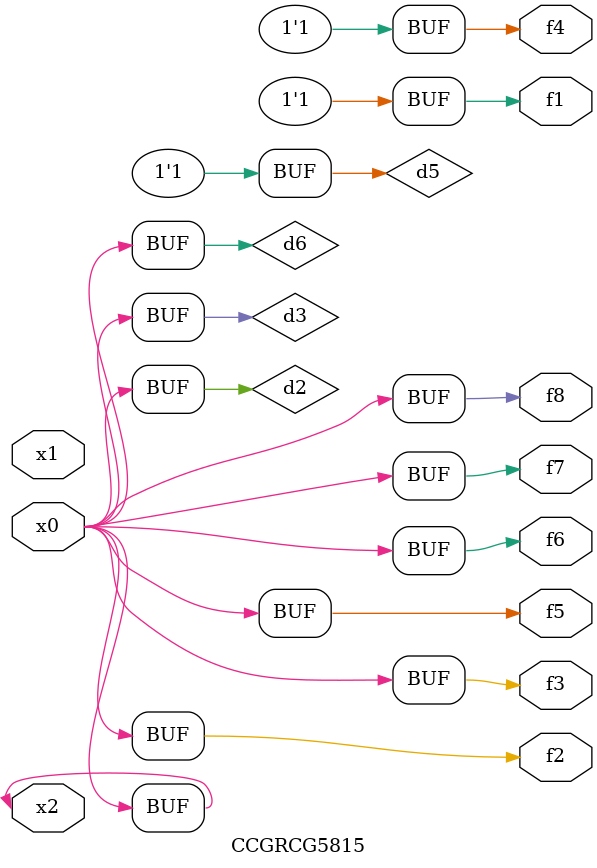
<source format=v>
module CCGRCG5815(
	input x0, x1, x2,
	output f1, f2, f3, f4, f5, f6, f7, f8
);

	wire d1, d2, d3, d4, d5, d6;

	xnor (d1, x2);
	buf (d2, x0, x2);
	and (d3, x0);
	xnor (d4, x1, x2);
	nand (d5, d1, d3);
	buf (d6, d2, d3);
	assign f1 = d5;
	assign f2 = d6;
	assign f3 = d6;
	assign f4 = d5;
	assign f5 = d6;
	assign f6 = d6;
	assign f7 = d6;
	assign f8 = d6;
endmodule

</source>
